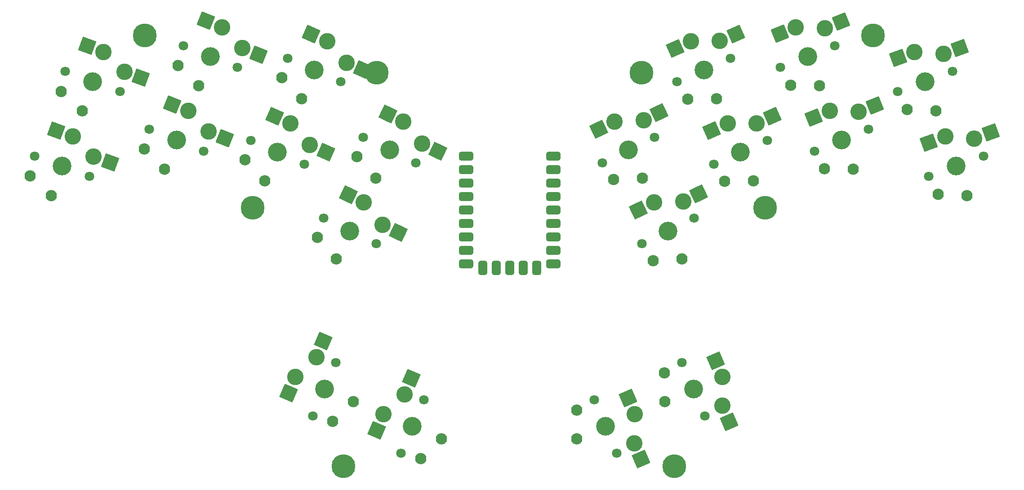
<source format=gbr>
%TF.GenerationSoftware,KiCad,Pcbnew,9.0.0*%
%TF.CreationDate,2025-02-21T22:06:12+01:00*%
%TF.ProjectId,chouchou_mini_choc,63686f75-6368-46f7-955f-6d696e695f63,v1.0.0*%
%TF.SameCoordinates,Original*%
%TF.FileFunction,Soldermask,Bot*%
%TF.FilePolarity,Negative*%
%FSLAX46Y46*%
G04 Gerber Fmt 4.6, Leading zero omitted, Abs format (unit mm)*
G04 Created by KiCad (PCBNEW 9.0.0) date 2025-02-21 22:06:12*
%MOMM*%
%LPD*%
G01*
G04 APERTURE LIST*
G04 Aperture macros list*
%AMRoundRect*
0 Rectangle with rounded corners*
0 $1 Rounding radius*
0 $2 $3 $4 $5 $6 $7 $8 $9 X,Y pos of 4 corners*
0 Add a 4 corners polygon primitive as box body*
4,1,4,$2,$3,$4,$5,$6,$7,$8,$9,$2,$3,0*
0 Add four circle primitives for the rounded corners*
1,1,$1+$1,$2,$3*
1,1,$1+$1,$4,$5*
1,1,$1+$1,$6,$7*
1,1,$1+$1,$8,$9*
0 Add four rect primitives between the rounded corners*
20,1,$1+$1,$2,$3,$4,$5,0*
20,1,$1+$1,$4,$5,$6,$7,0*
20,1,$1+$1,$6,$7,$8,$9,0*
20,1,$1+$1,$8,$9,$2,$3,0*%
G04 Aperture macros list end*
%ADD10C,1.801800*%
%ADD11C,3.100000*%
%ADD12C,3.529000*%
%ADD13RoundRect,0.050000X-0.718350X-1.692328X1.692328X-0.718350X0.718350X1.692328X-1.692328X0.718350X0*%
%ADD14C,2.132000*%
%ADD15RoundRect,0.050000X-1.716367X-0.658851X0.658851X-1.716367X1.716367X0.658851X-0.658851X1.716367X0*%
%ADD16RoundRect,0.050000X0.688706X-1.704607X1.704607X0.688706X-0.688706X1.704607X-1.704607X-0.688706X0*%
%ADD17RoundRect,0.050000X-1.738315X-0.598550X0.598550X-1.738315X1.738315X0.598550X-0.598550X1.738315X0*%
%ADD18RoundRect,0.050000X-0.776974X-1.666227X1.666227X-0.776974X0.776974X1.666227X-1.666227X0.776974X0*%
%ADD19RoundRect,0.050000X-0.658851X-1.716367X1.716367X-0.658851X0.658851X1.716367X-1.716367X0.658851X0*%
%ADD20RoundRect,0.050000X-0.598550X-1.738315X1.738315X-0.598550X0.598550X1.738315X-1.738315X0.598550X0*%
%ADD21RoundRect,0.050000X-1.704607X0.688706X-0.688706X-1.704607X1.704607X-0.688706X0.688706X1.704607X0*%
%ADD22RoundRect,0.050000X-1.666227X-0.776974X0.776974X-1.666227X1.666227X0.776974X-0.776974X1.666227X0*%
%ADD23C,0.800000*%
%ADD24C,4.500000*%
%ADD25RoundRect,0.050000X-1.692328X-0.718350X0.718350X-1.692328X1.692328X0.718350X-0.718350X1.692328X0*%
%ADD26RoundRect,0.425000X-0.925000X-0.425000X0.925000X-0.425000X0.925000X0.425000X-0.925000X0.425000X0*%
%ADD27RoundRect,0.425050X-0.924950X-0.425050X0.924950X-0.425050X0.924950X0.425050X-0.924950X0.425050X0*%
%ADD28RoundRect,0.425000X-0.425000X-0.925000X0.425000X-0.925000X0.425000X0.925000X-0.425000X0.925000X0*%
%ADD29RoundRect,0.418700X-0.418700X-0.931300X0.418700X-0.931300X0.418700X0.931300X-0.418700X0.931300X0*%
G04 APERTURE END LIST*
D10*
%TO.C,S13*%
X178335389Y-133748136D03*
D11*
X181205991Y-126171056D03*
D12*
X183434900Y-131687800D03*
D11*
X186666045Y-126337829D03*
D10*
X188534411Y-129627464D03*
D13*
X178169464Y-127397893D03*
X189702572Y-125110991D03*
%TD*%
D10*
%TO.C,S23*%
X63284611Y-133748136D03*
D12*
X58185100Y-131687800D03*
D10*
X53085589Y-129627464D03*
D14*
X52125676Y-133338066D03*
X55974921Y-137158185D03*
%TD*%
D10*
%TO.C,S22*%
X47585209Y-122508911D03*
D12*
X42416900Y-120627800D03*
D10*
X37248591Y-118746689D03*
D14*
X36418760Y-122488531D03*
X40398981Y-126171986D03*
%TD*%
D10*
%TO.C,S6*%
X79101000Y-116214748D03*
D11*
X86545583Y-113016205D03*
D12*
X84125500Y-118451800D03*
D11*
X90218490Y-117059688D03*
D10*
X89150000Y-120688852D03*
D15*
X83553722Y-111684142D03*
X93210351Y-118391750D03*
%TD*%
D10*
%TO.C,S5*%
X72186500Y-131745048D03*
D11*
X79631083Y-128546505D03*
D12*
X77211000Y-133982100D03*
D11*
X83303990Y-132589988D03*
D10*
X82235500Y-136219152D03*
D15*
X76639222Y-127214442D03*
X86295851Y-133922050D03*
%TD*%
D10*
%TO.C,S21*%
X41770809Y-138483611D03*
D12*
X36602500Y-136602500D03*
D10*
X31434191Y-134721389D03*
D14*
X30604360Y-138463231D03*
X34584581Y-142146686D03*
%TD*%
D10*
%TO.C,S34*%
X182166111Y-113865364D03*
D12*
X177066600Y-115925700D03*
D10*
X171967089Y-117986036D03*
D14*
X173854186Y-121322032D03*
X179276779Y-121396085D03*
%TD*%
D10*
%TO.C,S9*%
X83907279Y-183749677D03*
D11*
X80579296Y-176362050D03*
D12*
X86056300Y-178686900D03*
D11*
X84558062Y-172619134D03*
D10*
X88205321Y-173624123D03*
D16*
X79299652Y-179376703D03*
X85837707Y-169604481D03*
%TD*%
D10*
%TO.C,S7*%
X85914333Y-146404059D03*
D11*
X93466008Y-143467275D03*
D12*
X90857700Y-148815100D03*
D11*
X96995562Y-147636478D03*
D10*
X95801067Y-151226141D03*
D17*
X90522458Y-142031610D03*
X99939113Y-149072144D03*
%TD*%
D10*
%TO.C,S11*%
X199849191Y-138483611D03*
D11*
X202982480Y-131011329D03*
D12*
X205017500Y-136602500D03*
D11*
X208433388Y-131368552D03*
D10*
X210185809Y-134721389D03*
D18*
X199904987Y-132131445D03*
X211510881Y-130248436D03*
%TD*%
D10*
%TO.C,S10*%
X100476279Y-190782877D03*
D11*
X97148296Y-183395250D03*
D12*
X102625300Y-185720100D03*
D11*
X101127062Y-179652334D03*
D10*
X104774321Y-180657323D03*
D16*
X95868652Y-186409903D03*
X102406707Y-176637681D03*
%TD*%
D10*
%TO.C,S16*%
X152470000Y-120688852D03*
D11*
X155074417Y-113016205D03*
D12*
X157494500Y-118451800D03*
D11*
X160536965Y-112992321D03*
D10*
X162519000Y-116214748D03*
D19*
X152082556Y-114348267D03*
X163528826Y-111660259D03*
%TD*%
D10*
%TO.C,S18*%
X138366633Y-135946641D03*
D11*
X140701692Y-128187775D03*
D12*
X143310000Y-133535600D03*
D11*
X146160078Y-127973267D03*
D10*
X148253367Y-131124559D03*
D20*
X137758141Y-129623441D03*
X149103629Y-126537601D03*
%TD*%
D10*
%TO.C,S25*%
X82235500Y-136219152D03*
D12*
X77211000Y-133982100D03*
D10*
X72186500Y-131745048D03*
D14*
X71097673Y-135419890D03*
X74811254Y-139372018D03*
%TD*%
D10*
%TO.C,S35*%
X169433500Y-131745048D03*
D12*
X164409000Y-133982100D03*
D10*
X159384500Y-136219152D03*
D14*
X161386872Y-139487256D03*
X166808746Y-139372018D03*
%TD*%
D10*
%TO.C,S8*%
X93366633Y-131124559D03*
D11*
X100918308Y-128187775D03*
D12*
X98310000Y-133535600D03*
D11*
X104447862Y-132356978D03*
D10*
X103253367Y-135946641D03*
D17*
X97974758Y-126752110D03*
X107391413Y-133792644D03*
%TD*%
D10*
%TO.C,S38*%
X148253367Y-131124559D03*
D12*
X143310000Y-133535600D03*
D10*
X138366633Y-135946641D03*
D14*
X140481840Y-139142873D03*
X145896390Y-138838485D03*
%TD*%
D10*
%TO.C,S26*%
X89150000Y-120688852D03*
D12*
X84125500Y-118451800D03*
D10*
X79101000Y-116214748D03*
D14*
X78012173Y-119889590D03*
X81725754Y-123841718D03*
%TD*%
D10*
%TO.C,S19*%
X153414779Y-173624123D03*
D11*
X161040804Y-176362050D03*
D12*
X155563800Y-178686900D03*
D11*
X160969349Y-181824183D03*
D10*
X157712821Y-183749677D03*
D21*
X159761159Y-173347395D03*
X162248993Y-184838836D03*
%TD*%
D10*
%TO.C,S12*%
X194034791Y-122508911D03*
D11*
X197168080Y-115036629D03*
D12*
X199203100Y-120627800D03*
D11*
X202618988Y-115393852D03*
D10*
X204371409Y-118746689D03*
D18*
X194090587Y-116156745D03*
X205696481Y-114273736D03*
%TD*%
D10*
%TO.C,S39*%
X157712821Y-183749677D03*
D12*
X155563800Y-178686900D03*
D10*
X153414779Y-173624123D03*
D14*
X150112226Y-175569154D03*
X150132821Y-180992214D03*
%TD*%
D10*
%TO.C,S28*%
X103253367Y-135946641D03*
D12*
X98310000Y-133535600D03*
D10*
X93366633Y-131124559D03*
D14*
X92150219Y-134759163D03*
X95723610Y-138838485D03*
%TD*%
D10*
%TO.C,S2*%
X37248591Y-118746689D03*
D11*
X44451920Y-115036629D03*
D12*
X42416900Y-120627800D03*
D11*
X48397939Y-118814053D03*
D10*
X47585209Y-122508911D03*
D22*
X41374427Y-113916513D03*
X51475432Y-119934169D03*
%TD*%
D10*
%TO.C,S40*%
X141143721Y-190782877D03*
D12*
X138994700Y-185720100D03*
D10*
X136845679Y-180657323D03*
D14*
X133543126Y-182602354D03*
X133563721Y-188025414D03*
%TD*%
D10*
%TO.C,S36*%
X162519000Y-116214748D03*
D12*
X157494500Y-118451800D03*
D10*
X152470000Y-120688852D03*
D14*
X154472372Y-123956956D03*
X159894246Y-123841718D03*
%TD*%
D10*
%TO.C,S17*%
X145818933Y-151226141D03*
D11*
X148153992Y-143467275D03*
D12*
X150762300Y-148815100D03*
D11*
X153612378Y-143252767D03*
D10*
X155705667Y-146404059D03*
D20*
X145210441Y-144902941D03*
X156555929Y-141817101D03*
%TD*%
D23*
%TO.C,_6*%
X144251190Y-119725312D03*
X144174095Y-118464814D03*
X145197014Y-120562105D03*
X145010888Y-117518990D03*
D24*
X145734200Y-119002000D03*
D23*
X146457512Y-120485010D03*
X146271386Y-117441895D03*
X147294305Y-119539186D03*
X147217210Y-118278688D03*
%TD*%
%TO.C,_2*%
X187846307Y-112523233D03*
X187901392Y-111261580D03*
X188699480Y-113454308D03*
X188832467Y-110408407D03*
D24*
X189396800Y-111958900D03*
D23*
X189961133Y-113509393D03*
X190094120Y-110463492D03*
X190892208Y-112656220D03*
X190947293Y-111394567D03*
%TD*%
D10*
%TO.C,S37*%
X155705667Y-146404059D03*
D12*
X150762300Y-148815100D03*
D10*
X145818933Y-151226141D03*
D14*
X147934140Y-154422373D03*
X153348690Y-154117985D03*
%TD*%
D10*
%TO.C,S20*%
X136845679Y-180657323D03*
D11*
X144471704Y-183395250D03*
D12*
X138994700Y-185720100D03*
D11*
X144400249Y-188857383D03*
D10*
X141143721Y-190782877D03*
D21*
X143192059Y-180380595D03*
X145679893Y-191872036D03*
%TD*%
D23*
%TO.C,_5*%
X94402790Y-118278688D03*
X94325695Y-119539186D03*
X95348614Y-117441895D03*
X96609112Y-117518990D03*
D24*
X95885800Y-119002000D03*
D23*
X95162488Y-120485010D03*
X96422986Y-120562105D03*
X97445905Y-118464814D03*
X97368810Y-119725312D03*
%TD*%
%TO.C,_3*%
X71026150Y-143816785D03*
X71942193Y-142947493D03*
X70993093Y-145079207D03*
X73204615Y-142980550D03*
D24*
X72533500Y-144487900D03*
D23*
X71862385Y-145995250D03*
X74073907Y-143896593D03*
X73124807Y-146028307D03*
X74040850Y-145159015D03*
%TD*%
D10*
%TO.C,S3*%
X53085589Y-129627464D03*
D11*
X60414009Y-126171056D03*
D12*
X58185100Y-131687800D03*
D11*
X64225794Y-130083894D03*
D10*
X63284611Y-133748136D03*
D25*
X57377482Y-124944219D03*
X67262321Y-131310730D03*
%TD*%
D10*
%TO.C,S29*%
X88205321Y-173624123D03*
D12*
X86056300Y-178686900D03*
D10*
X83907279Y-183749677D03*
D14*
X87600563Y-184774203D03*
X91487279Y-180992214D03*
%TD*%
D23*
%TO.C,_7*%
X89007294Y-194768333D03*
X88122147Y-193867601D03*
X90270101Y-194779353D03*
X88133167Y-192604794D03*
D24*
X89652000Y-193249500D03*
D23*
X91170833Y-193894206D03*
X89033899Y-191719647D03*
X91181853Y-192631399D03*
X90296706Y-191730667D03*
%TD*%
D26*
%TO.C,RP2040Zero1*%
X129190000Y-134675600D03*
X129190000Y-134675600D03*
X129190000Y-137215600D03*
X129190000Y-137215600D03*
X129190000Y-139755600D03*
X129190000Y-139755600D03*
X129190000Y-142295600D03*
X129190000Y-142295600D03*
X129190000Y-144835600D03*
X129190000Y-144835600D03*
D27*
X129190000Y-147375600D03*
X129190000Y-147375600D03*
X129190000Y-149915600D03*
X129190000Y-149915600D03*
X129190000Y-152455600D03*
X129190000Y-152455600D03*
X129190000Y-154995600D03*
X129190000Y-154995600D03*
D28*
X126050000Y-155805600D03*
X126050000Y-155805600D03*
D29*
X123510000Y-155805600D03*
X123510000Y-155805600D03*
X120970000Y-155805600D03*
X120970000Y-155805600D03*
X118430000Y-155805600D03*
X118430000Y-155805600D03*
X115890000Y-155805600D03*
X115890000Y-155805600D03*
D27*
X112750000Y-154995600D03*
X112750000Y-154995600D03*
X112750000Y-152455600D03*
X112750000Y-152455600D03*
X112750000Y-149915600D03*
X112750000Y-149915600D03*
X112750000Y-147375600D03*
X112750000Y-147375600D03*
X112750000Y-134675600D03*
X112750000Y-134675600D03*
X112750000Y-137215600D03*
X112750000Y-137215600D03*
X112750000Y-139755600D03*
X112750000Y-139755600D03*
X112750000Y-144835600D03*
X112750000Y-144835600D03*
X112750000Y-142295600D03*
X112750000Y-142295600D03*
%TD*%
D10*
%TO.C,S15*%
X159384500Y-136219152D03*
D11*
X161988917Y-128546505D03*
D12*
X164409000Y-133982100D03*
D11*
X167451465Y-128522621D03*
D10*
X169433500Y-131745048D03*
D19*
X158997056Y-129878567D03*
X170443326Y-127190559D03*
%TD*%
D10*
%TO.C,S31*%
X210185809Y-134721389D03*
D12*
X205017500Y-136602500D03*
D10*
X199849191Y-138483611D03*
D14*
X201618713Y-141883433D03*
X207035419Y-142146686D03*
%TD*%
D10*
%TO.C,S4*%
X59453889Y-113865364D03*
D11*
X66782309Y-110408956D03*
D12*
X64553400Y-115925700D03*
D11*
X70594094Y-114321794D03*
D10*
X69652911Y-117986036D03*
D25*
X63745782Y-109182119D03*
X73630621Y-115548630D03*
%TD*%
D10*
%TO.C,S14*%
X171967089Y-117986036D03*
D11*
X174837691Y-110408956D03*
D12*
X177066600Y-115925700D03*
D11*
X180297745Y-110575729D03*
D10*
X182166111Y-113865364D03*
D13*
X171801164Y-111635793D03*
X183334272Y-109348891D03*
%TD*%
D10*
%TO.C,S33*%
X188534411Y-129627464D03*
D12*
X183434900Y-131687800D03*
D10*
X178335389Y-133748136D03*
D14*
X180222486Y-137084132D03*
X185645079Y-137158185D03*
%TD*%
D10*
%TO.C,S27*%
X95801067Y-151226141D03*
D12*
X90857700Y-148815100D03*
D10*
X85914333Y-146404059D03*
D14*
X84697919Y-150038663D03*
X88271310Y-154117985D03*
%TD*%
D23*
%TO.C,_8*%
X151323294Y-191730667D03*
X152586101Y-191719647D03*
X150438147Y-192631399D03*
X153486833Y-192604794D03*
D24*
X151968000Y-193249500D03*
D23*
X150449167Y-193894206D03*
X153497853Y-193867601D03*
X151349899Y-194779353D03*
X152612706Y-194768333D03*
%TD*%
D10*
%TO.C,S30*%
X104774321Y-180657323D03*
D12*
X102625300Y-185720100D03*
D10*
X100476279Y-190782877D03*
D14*
X104169563Y-191807403D03*
X108056279Y-188025414D03*
%TD*%
D10*
%TO.C,S32*%
X204371409Y-118746689D03*
D12*
X199203100Y-120627800D03*
D10*
X194034791Y-122508911D03*
D14*
X195804313Y-125908733D03*
X201221019Y-126171986D03*
%TD*%
D23*
%TO.C,_4*%
X167579150Y-145159015D03*
X167546093Y-143896593D03*
X168495193Y-146028307D03*
X168415385Y-142980550D03*
D24*
X169086500Y-144487900D03*
D23*
X169757615Y-145995250D03*
X169677807Y-142947493D03*
X170626907Y-145079207D03*
X170593850Y-143816785D03*
%TD*%
D10*
%TO.C,S24*%
X69652911Y-117986036D03*
D12*
X64553400Y-115925700D03*
D10*
X59453889Y-113865364D03*
D14*
X58493976Y-117575966D03*
X62343221Y-121396085D03*
%TD*%
D10*
%TO.C,S1*%
X31434191Y-134721389D03*
D11*
X38637520Y-131011329D03*
D12*
X36602500Y-136602500D03*
D11*
X42583539Y-134788753D03*
D10*
X41770809Y-138483611D03*
D22*
X35560027Y-129891213D03*
X45661032Y-135908869D03*
%TD*%
D23*
%TO.C,_1*%
X50672707Y-111394567D03*
X51525880Y-110463492D03*
X50727792Y-112656220D03*
X52787533Y-110408407D03*
D24*
X52223200Y-111958900D03*
D23*
X51658867Y-113509393D03*
X53718608Y-111261580D03*
X52920520Y-113454308D03*
X53773693Y-112523233D03*
%TD*%
M02*

</source>
